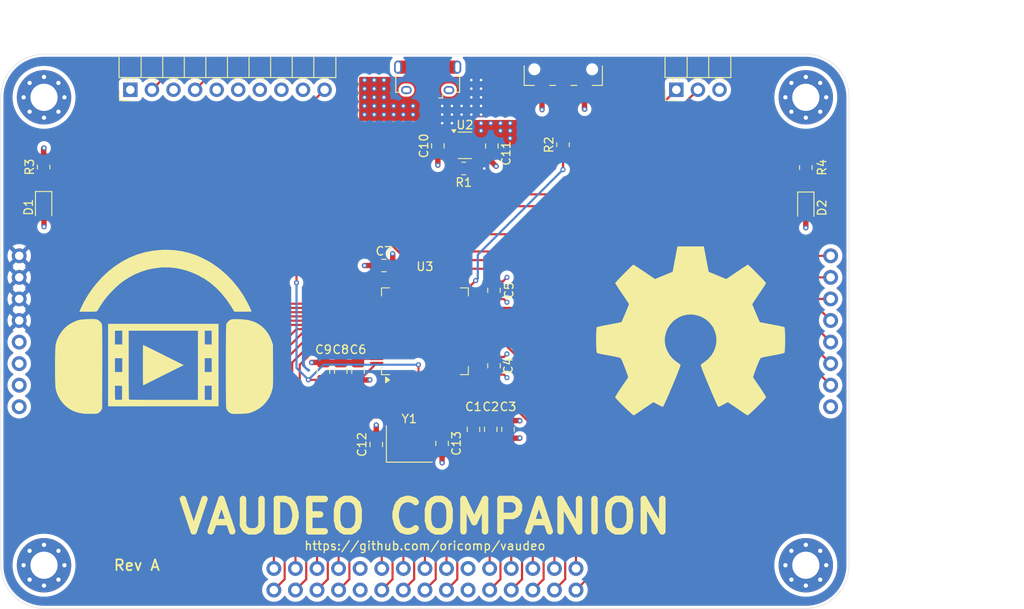
<source format=kicad_pcb>
(kicad_pcb (version 20240108) (generator "pcbnew") (generator_version "8.0")
  (layers (0 "F.Cu" signal) (1 "In1.Cu" power) (2 "In2.Cu" power) (31 "B.Cu" power) (34 "B.Paste" user) (35 "F.Paste" user) (36 "B.SilkS" user "B.Silkscreen") (37 "F.SilkS" user "F.Silkscreen") (38 "B.Mask" user) (39 "F.Mask" user) (44 "Edge.Cuts" user))
  (net 0 "")
  (net 1 "GND")
  (net 2 "+3.3V")
  (net 3 "VBUS")
  (net 4 "/RCC_OSC_IN")
  (net 5 "/RCC_OSC_OUT")
  (net 6 "/USB_D+")
  (net 7 "/USB_D-")
  (net 12 "/SYS_SWCLK")
  (net 14 "/SYS_SWDIO")
  (net 15 "Net-(U2-EN)")
  (net 16 "/BOOT0")
  (net 17 "Net-(SW1-B)")
  (net 19 "/LED")
  (net 20 "/NRST")
  (net 22 "/BOOT_RX")
  (net 23 "/BOOT_TX")
  (net 24 "Net-(D1-K)")
  (net 25 "Net-(D2-K)")
  (net 26 "/DATA14")
  (net 27 "/DATA10")
  (net 28 "/DATA9")
  (net 29 "/ADDR3")
  (net 30 "/ADDR0")
  (net 31 "/DATA12")
  (net 32 "/ADDR4")
  (net 33 "/DATA8")
  (net 34 "/~{FSEL}")
  (net 35 "/DATA6")
  (net 36 "/DATA13")
  (net 37 "/ADDR5")
  (net 38 "/ADDR2")
  (net 39 "/DATA2")
  (net 40 "/CLK")
  (net 41 "/DATA11")
  (net 42 "/DATA4")
  (net 43 "/DATA0")
  (net 44 "/SPI_MOSI")
  (net 45 "/DATA3")
  (net 46 "/~{CRESET}")
  (net 47 "/~{B}{slash}W")
  (net 48 "/DATA5")
  (net 49 "/ADDR1")
  (net 50 "/CDONE")
  (net 51 "/DATA1")
  (net 52 "/~{W}{slash}R")
  (net 53 "/~{EN}")
  (net 54 "/DATA7")
  (net 55 "/DATA15")
  (net 56 "/SPI_SCK")
  (net 57 "/SPI_MISO")
  (net 58 "/~{FRESET}")
  (footprint "vaudeo:vaudeo" (layer "F.Cu") (at 151.384 74.93)
    (property "Reference" "U1" (hide yes))
    (property "Value" "~")
  )
  (footprint "Capacitor_SMD:C_0805_2012Metric_Pad1.18x1.45mm_HandSolder" (layer "F.Cu") (at 159.258 53.1075 -90)
    (property "Reference" "C11")
    (property "Value" "47uF" (hide yes))
  )
  (footprint "Package_QFP:LQFP-64_10x10mm_P0.5mm" (layer "F.Cu") (at 151.384 74.93 90)
    (property "Reference" "U3")
    (property "Value" "STM32F070RBTx")
  )
  (footprint "vaudeo:vaudeo-logo" (layer "F.Cu") (at 120.65 74.93)
    (property "Reference" "G***" (hide yes))
    (property "Value" "LOGO" (hide yes))
  )
  (footprint "MountingHole:MountingHole_3.2mm_M3_Pad_Via" (layer "F.Cu") (at 196.215 102.489)
    (property "Reference" "H3" (hide yes))
    (property "Value" "MountingHole_Pad" (hide yes))
  )
  (footprint "Capacitor_SMD:C_0805_2012Metric_Pad1.18x1.45mm_HandSolder" (layer "F.Cu") (at 157.099 86.487 -90)
    (property "Reference" "C1")
    (property "Value" "4.7uF" (hide yes))
  )
  (footprint "MountingHole:MountingHole_3.2mm_M3_Pad_Via" (layer "F.Cu") (at 106.553 47.371)
    (property "Reference" "H1" (hide yes))
    (property "Value" "MountingHole_Pad" (hide yes))
  )
  (footprint "Capacitor_SMD:C_0805_2012Metric_Pad1.18x1.45mm_HandSolder" (layer "F.Cu") (at 139.446 79.629 90)
    (property "Reference" "C9")
    (property "Value" "1uF" (hide yes))
  )
  (footprint "Capacitor_SMD:C_0805_2012Metric_Pad1.18x1.45mm_HandSolder" (layer "F.Cu") (at 161.163 86.487 -90)
    (property "Reference" "C3")
    (property "Value" "100nF" (hide yes))
  )
  (footprint "Resistor_SMD:R_0805_2012Metric_Pad1.20x1.40mm_HandSolder" (layer "F.Cu") (at 196.215 55.642 90)
    (property "Reference" "R4")
    (property "Value" "330" (hide yes))
  )
  (footprint "Capacitor_SMD:C_0805_2012Metric_Pad1.18x1.45mm_HandSolder" (layer "F.Cu") (at 152.908 53.086 -90)
    (property "Reference" "C10")
    (property "Value" "47uF" (hide yes))
  )
  (footprint "Resistor_SMD:R_0805_2012Metric_Pad1.20x1.40mm_HandSolder" (layer "F.Cu") (at 167.64 52.959 90)
    (property "Reference" "R2")
    (property "Value" "10K" (hide yes))
  )
  (footprint "Capacitor_SMD:C_0805_2012Metric_Pad1.18x1.45mm_HandSolder" (layer "F.Cu") (at 145.65825 88.265 90)
    (property "Reference" "C12")
    (property "Value" "15pF" (hide yes))
  )
  (footprint "Crystal:Crystal_SMD_SeikoEpson_TSX3225-4Pin_3.2x2.5mm_HandSoldering" (layer "F.Cu") (at 149.54225 88.1935)
    (property "Reference" "Y1")
    (property "Value" "16MHz" (hide yes))
  )
  (footprint "MountingHole:MountingHole_3.2mm_M3_Pad_Via" (layer "F.Cu") (at 196.215 47.371)
    (property "Reference" "H2" (hide yes))
    (property "Value" "MountingHole_Pad" (hide yes))
  )
  (footprint "Capacitor_SMD:C_0805_2012Metric_Pad1.18x1.45mm_HandSolder" (layer "F.Cu") (at 143.51 79.629 90)
    (property "Reference" "C6")
    (property "Value" "4.7uF" (hide yes))
  )
  (footprint "Connector_USB:USB_Micro-B_Amphenol_10118194_Horizontal" (layer "F.Cu") (at 151.709 45.115 180)
    (property "Reference" "J1" (hide yes))
    (property "Value" "USB_B_Micro" (hide yes))
  )
  (footprint "Symbol:OSHW-Symbol_22.3x20mm_SilkScreen" (layer "F.Cu") (at 182.626 74.93)
    (property "Reference" "REF**" (hide yes))
    (property "Value" "OSHW-Symbol_22.3x20mm_SilkScreen" (hide yes))
  )
  (footprint "Capacitor_SMD:C_0805_2012Metric_Pad1.18x1.45mm_HandSolder" (layer "F.Cu") (at 146.558 67.183)
    (property "Reference" "C7")
    (property "Value" "4.7uF" (hide yes))
  )
  (footprint "Capacitor_SMD:C_0805_2012Metric_Pad1.18x1.45mm_HandSolder" (layer "F.Cu") (at 159.512 70.104 -90)
    (property "Reference" "C5")
    (property "Value" "4.7uF" (hide yes))
  )
  (footprint "Button_Switch_SMD:SW_SPDT_CK_JS102011SAQN" (layer "F.Cu") (at 167.667 44.069 180)
    (property "Reference" "SW1" (hide yes))
    (property "Value" "SW_SPDT" (hide yes))
  )
  (footprint "Resistor_SMD:R_0805_2012Metric_Pad1.20x1.40mm_HandSolder" (layer "F.Cu") (at 106.508 55.58 90)
    (property "Reference" "R3")
    (property "Value" "330" (hide yes))
  )
  (footprint "Connector_PinHeader_2.54mm:PinHeader_1x10_P2.54mm_Horizontal" (layer "F.Cu") (at 116.713 46.482 90)
    (property "Reference" "J2" (hide yes))
    (property "Value" "Conn_01x10" (hide yes))
  )
  (footprint "MountingHole:MountingHole_3.2mm_M3_Pad_Via" (layer "F.Cu") (at 106.553 102.489)
    (property "Reference" "H4" (hide yes))
    (property "Value" "MountingHole_Pad" (hide yes))
  )
  (footprint "LED_SMD:LED_0805_2012Metric_Pad1.15x1.40mm_HandSolder" (layer "F.Cu") (at 196.215 60.387 -90)
    (property "Reference" "D2")
    (property "Value" "LED" (hide yes))
  )
  (footprint "Resistor_SMD:R_0805_2012Metric_Pad1.20x1.40mm_HandSolder" (layer "F.Cu") (at 155.956 55.753 180)
    (property "Reference" "R1")
    (property "Value" "10K" (hide yes))
  )
  (footprint "Capacitor_SMD:C_0805_2012Metric_Pad1.18x1.45mm_HandSolder" (layer "F.Cu") (at 141.478 79.629 90)
    (property "Reference" "C8")
    (property "Value" "4.7uF" (hide yes))
  )
  (footprint "Package_TO_SOT_SMD:SOT-23-5" (layer "F.Cu") (at 156.0885 53.025)
    (property "Reference" "U2")
    (property "Value" "AP2112K-3.3" (hide yes))
  )
  (footprint "Capacitor_SMD:C_0805_2012Metric_Pad1.18x1.45mm_HandSolder" (layer "F.Cu") (at 159.131 86.487 -90)
    (property "Reference" "C2")
    (property "Value" "1uF" (hide yes))
  )
  (footprint "Connector_PinHeader_2.54mm:PinHeader_1x03_P2.54mm_Horizontal" (layer "F.Cu") (at 180.975 46.482 90)
    (property "Reference" "J3" (hide yes))
    (property "Value" "Conn_01x03" (hide yes))
  )
  (footprint "LED_SMD:LED_0805_2012Metric_Pad1.15x1.40mm_HandSolder" (layer "F.Cu") (at 106.508 60.325 -90)
    (property "Reference" "D1")
    (property "Value" "LED" (hide yes))
  )
  (footprint "Capacitor_SMD:C_0805_2012Metric_Pad1.18x1.45mm_HandSolder" (layer "F.Cu") (at 153.40525 88.138 -90)
    (property "Reference" "C13")
    (property "Value" "15pF" (hide yes))
  )
  (footprint "Capacitor_SMD:C_0805_2012Metric_Pad1.18x1.45mm_HandSolder" (layer "F.Cu") (at 159.512 78.994 -90)
    (property "Reference" "C4")
    (property "Value" "4.7uF" (hide yes))
  )
  (gr_line (start 196.215 107.569) (end 106.553 107.569) (stroke (width 0.05)) (layer "Edge.Cuts"))
  (gr_arc (start 196.215 42.291) (mid 199.807102 43.778898) (end 201.295 47.371) (stroke (width 0.05)) (layer "Edge.Cuts"))
  (gr_line (start 201.295 102.489) (end 201.295 47.371) (stroke (width 0.05)) (layer "Edge.Cuts"))
  (gr_arc (start 106.553 107.569) (mid 102.960898 106.081102) (end 101.473 102.489) (stroke (width 0.05)) (layer "Edge.Cuts"))
  (gr_arc (start 201.295 102.489) (mid 199.807102 106.081102) (end 196.215 107.569) (stroke (width 0.05)) (layer "Edge.Cuts"))
  (gr_line (start 196.215 42.291) (end 106.553 42.291) (stroke (width 0.05)) (layer "Edge.Cuts"))
  (gr_line (start 101.473 47.371) (end 101.473 102.489) (stroke (width 0.05)) (layer "Edge.Cuts"))
  (gr_arc (start 101.473 47.371) (mid 102.960898 43.778898) (end 106.553 42.291) (stroke (width 0.05)) (layer "Edge.Cuts"))
  (gr_text "VAUDEO COMPANION" (at 151.384 96.774 0) (layer "F.SilkS") (effects (font (size 3.81 3.81) (thickness 0.762) (bold yes))))
  (gr_text "https://github.com/oricomp/vaudeo" (at 151.384 100.203 0) (layer "F.SilkS") (effects (font (size 1.016 1.016) (thickness 0.1524))))
  (gr_text "Rev A" (at 117.475 102.489 0) (layer "F.SilkS") (effects (font (size 1.27 1.27) (thickness 0.2032))))
  (segment (start 170.167 48.755) (end 170.18 48.768) (width 0.635) (layer "F.Cu") (net 1))
  (segment (start 157.904592 78.18) (end 159.512 79.787408) (width 0.254) (layer "F.Cu") (net 1))
  (segment (start 159.512 71.1415) (end 160.6765 71.1415) (width 0.254) (layer "F.Cu") (net 1))
  (segment (start 145.77975 87.106) (end 145.65825 87.2275) (width 0.635) (layer "F.Cu") (net 1))
  (segment (start 145.65825 87.2275) (end 145.65825 85.979) (width 0.635) (layer "F.Cu") (net 1))
  (segment (start 148.134 67.7215) (end 147.5955 67.183) (width 0.254) (layer "F.Cu") (net 1))
  (segment (start 160.6765 71.1415) (end 161.036 71.501) (width 0.254) (layer "F.Cu") (net 1))
  (segment (start 106.508 53.385) (end 106.553 53.34) (width 0.635) (layer "F.Cu") (net 1))
  (segment (start 147.5955 65.8075) (end 147.574 65.786) (width 0.254) (layer "F.Cu") (net 1))
  (segment (start 143.9215 78.18) (end 143.51 78.5915) (width 0.254) (layer "F.Cu") (net 1))
  (segment (start 138.0705 78.5915) (end 138.049 78.613) (width 0.635) (layer "F.Cu") (net 1))
  (segment (start 153.134 80.605) (end 153.134 82.268) (width 0.254) (layer "F.Cu") (net 1))
  (segment (start 143.51 78.5915) (end 141.478 78.5915) (width 0.635) (layer "F.Cu") (net 1))
  (segment (start 154.951 53.025) (end 154.0065 53.025) (width 0.635) (layer "F.Cu") (net 1))
  (segment (start 159.512 80.0315) (end 160.6765 80.0315) (width 0.254) (layer "F.Cu") (net 1))
  (segment (start 141.478 78.5915) (end 139.446 78.5915) (width 0.635) (layer "F.Cu") (net 1))
  (segment (start 106.508 54.58) (end 106.508 53.385) (width 0.635) (layer "F.Cu") (net 1))
  (segment (start 159.512 79.787408) (end 159.512 80.0315) (width 0.254) (layer "F.Cu") (net 1))
  (segment (start 139.446 78.5915) (end 138.0705 78.5915) (width 0.635) (layer "F.Cu") (net 1))
  (segment (start 157.059 71.68) (end 158.9735 71.68) (width 0.254) (layer "F.Cu") (net 1))
  (segment (start 157.059 78.18) (end 157.904592 78.18) (width 0.254) (layer "F.Cu") (net 1))
  (segment (start 150.99225 89.281) (end 153.29975 89.281) (width 0.635) (layer "F.Cu") (net 1))
  (segment (start 155.829 86.2545) (end 157.099 87.5245) (width 0.254) (layer "F.Cu") (net 1))
  (segment (start 145.709 78.18) (end 143.9215 78.18) (width 0.254) (layer "F.Cu") (net 1))
  (segment (start 148.134 69.255) (end 148.134 67.7215) (width 0.254) (layer "F.Cu") (net 1))
  (segment (start 147.5955 67.183) (end 147.5955 65.8075) (width 0.635) (layer "F.Cu") (net 1))
  (segment (start 170.167 46.819) (end 170.167 48.755) (width 0.635) (layer "F.Cu") (net 1))
  (segment (start 154.0065 53.025) (end 152.908 54.1235) (width 0.635) (layer "F.Cu") (net 1))
  (segment (start 159.258 54.145) (end 159.258 54.991) (width 0.635) (layer "F.Cu") (net 1))
  (segment (start 153.40525 89.1755) (end 153.40525 90.424) (width 0.635) (layer "F.Cu") (net 1))
  (segment (start 153.134 82.268) (end 155.829 84.963) (width 0.254) (layer "F.Cu") (net 1))
  (segment (start 152.908 54.1235) (end 152.908 55.372) (width 0.635) (layer "F.Cu") (net 1))
  (segment (start 153.29975 89.281) (end 153.40525 89.1755) (width 0.635) (layer "F.Cu") (net 1))
  (segment (start 158.9735 71.68) (end 159.512 71.1415) (width 0.254) (layer "F.Cu") (net 1))
  (segment (start 162.5385 87.5245) (end 162.56 87.503) (width 0.635) (layer "F.Cu") (net 1))
  (segment (start 148.09225 87.106) (end 145.77975 87.106) (width 0.635) (layer "F.Cu") (net 1))
  (segment (start 159.258 54.991) (end 159.766 55.499) (width 0.635) (layer "F.Cu") (net 1))
  (segment (start 155.829 84.963) (end 155.829 86.2545) (width 0.254) (layer "F.Cu") (net 1))
  (segment (start 160.6765 80.0315) (end 161.036 80.391) (width 0.254) (layer "F.Cu") (net 1))
  (segment (start 157.099 87.5245) (end 162.5385 87.5245) (width 0.635) (layer "F.Cu") (net 1))
  (via (at 162.56 87.503) (size 0.6) (drill 0.3) (layers "F.Cu" "B.Cu") (net 1))
  (via (at 159.766 55.499) (size 0.6) (drill 0.3) (layers "F.Cu" "B.Cu") (net 1))
  (via (at 161.036 71.501) (size 0.6) (drill 0.3) (layers "F.Cu" "B.Cu") (net 1))
  (via (at 149.987 49.403) (size 0.6) (drill 0.3) (layers "F.Cu" "B.Cu") (net 1))
  (via (at 170.18 48.768) (size 0.6) (drill 0.3) (layers "F.Cu" "B.Cu") (net 1))
  (via (at 144.272 45.339) (size 0.6) (drill 0.3) (layers "F.Cu" "B.Cu") (net 1))
  (via (at 148.844 48.387) (size 0.6) (drill 0.3) (layers "F.Cu" "B.Cu") (net 1))
  (via (at 144.272 48.387) (size 0.6) (drill 0.3) (layers "F.Cu" "B.Cu") (net 1))
  (via (at 145.415 45.339) (size 0.6) (drill 0.3) (layers "F.Cu" "B.Cu") (net 1))
  (via (at 145.415 49.403) (size 0.6) (drill 0.3) (layers "F.Cu" "B.Cu") (net 1))
  (via (at 146.558 47.371) (size 0.6) (drill 0.3) (layers "F.Cu" "B.Cu") (net 1))
  (via (at 145.415 47.371) (size 0.6) (drill 0.3) (layers "F.Cu" "B.Cu") (net 1))
  (via (at 146.558 48.387) (size 0.6) (drill 0.3) (layers "F.Cu" "B.Cu") (net 1))
  (via (at 138.049 78.613) (size 0.6) (drill 0.3) (layers "F.Cu" "B.Cu") (net 1))
  (via (at 147.701 48.387) (size 0.6) (drill 0.3) (layers "F.Cu" "B.Cu") (net 1))
  (via (at 146.558 49.403) (size 0.6) (drill 0.3) (layers "F.Cu" "B.Cu") (net 1))
  (via (at 144.272 47.371) (size 0.6) (drill 0.3) (layers "F.Cu" "B.Cu") (net 1))
  (via (at 147.574 65.786) (size 0.6) (drill 0.3) (layers "F.Cu" "B.Cu") (net 1))
  (via (at 147.701 49.403) (size 0.6) (drill 0.3) (layers "F.Cu" "B.Cu") (net 1))
  (via (at 145.415 48.387) (size 0.6) (drill 0.3) (layers "F.Cu" "B.Cu") (net 1))
  (via (at 161.036 80.391) (size 0.6) (drill 0.3) (layers "F.Cu" "B.Cu") (net 1))
  (via (at 146.558 46.355) (size 0.6) (drill 0.3) (layers "F.Cu" "B.Cu") (net 1))
  (via (at 148.844 49.403) (size 0.6) (drill 0.3) (layers "F.Cu" "B.Cu") (net 1))
  (via (at 106.553 53.34) (size 0.6) (drill 0.3) (layers "F.Cu" "B.Cu") (net 1))
  (via (at 144.272 49.403) (size 0.6) (drill 0.3) (layers "F.Cu" "B.Cu") (net 1))
  (via (at 146.558 45.339) (size 0.6) (drill 0.3) (layers "F.Cu" "B.Cu") (net 1))
  (via (at 144.272 46.355) (size 0.6) (drill 0.3) (layers "F.Cu" "B.Cu") (net 1))
  (via (at 145.415 46.355) (size 0.6) (drill 0.3) (layers "F.Cu" "B.Cu") (net 1))
  (via (at 152.908 55.372) (size 0.6) (drill 0.3) (layers "F.Cu" "B.Cu") (net 1))
  (via (at 145.65825 85.979) (size 0.6) (drill 0.3) (layers "F.Cu" "B.Cu") (net 1))
  (via (at 153.40525 90.424) (size 0.6) (drill 0.3) (layers "F.Cu" "B.Cu") (net 1))
  (via (at 149.987 48.387) (size 0.6) (drill 0.3) (layers "F.Cu" "B.Cu") (net 1))
  (segment (start 106.553 61.35) (end 106.553 62.611) (width 0.635) (layer "F.Cu") (net 2))
  (segment (start 157.099 85.4495) (end 162.5385 85.4495) (width 0.635) (layer "F.Cu") (net 2))
  (segment (start 141.478 80.899) (end 141.478 80.6665) (width 0.254) (layer "F.Cu") (net 2))
  (segment (start 157.059 71.18) (end 159.1725 69.0665) (width 0.254) (layer "F.Cu") (net 2))
  (segment (start 144.8855 80.6665) (end 144.907 80.645) (width 0.254) (layer "F.Cu") (net 2))
  (segment (start 159.512 77.9565) (end 160.6765 77.9565) (width 0.254) (layer "F.Cu") (net 2))
  (segment (start 147.634 69.255) (end 145.562 67.183) (width 0.254) (layer "F.Cu") (net 2))
  (segment (start 142.494 81.915) (end 141.478 80.899) (width 0.254) (layer "F.Cu") (net 2))
  (segment (start 145.5205 67.183) (end 144.272 67.183) (width 0.635) (layer "F.Cu") (net 2))
  (segment (start 160.5495 69.0665) (end 161.036 68.58) (width 0.254) (layer "F.Cu") (net 2))
  (segment (start 145.562 67.183) (end 145.5205 67.183) (width 0.254) (layer "F.Cu") (net 2))
  (segment (start 160.6765 77.9565) (end 161.036 77.597) (width 0.254) (layer "F.Cu") (net 2))
  (segment (start 162.5385 85.4495) (end 162.56 85.471) (width 0.635) (layer "F.Cu") (net 2))
  (segment (start 156.957552 85.4495) (end 157.099 85.4495) (width 0.254) (layer "F.Cu") (net 2))
  (segment (start 153.634 80.605) (end 153.634 82.125948) (width 0.254) (layer "F.Cu") (net 2))
  (segment (start 143.51 80.6665) (end 144.8855 80.6665) (width 0.635) (layer "F.Cu") (net 2))
  (segment (start 159.2355 77.68) (end 159.512 77.9565) (width 0.254) (layer "F.Cu") (net 2))
  (segment (start 165.167 48.828) (end 165.167 46.819) (width 0.635) (layer "F.Cu") (net 2))
  (segment (start 196.215 61.412) (end 196.215 62.738) (width 0.635) (layer "F.Cu") (net 2))
  (segment (start 153.634 82.125948) (end 156.957552 85.4495) (width 0.254) (layer "F.Cu") (net 2))
  (segment (start 143.7225 80.6665) (end 143.51 80.6665) (width 0.254) (layer "F.Cu") (net 2))
  (segment (start 159.1725 69.0665) (end 159.512 69.0665) (width 0.254) (layer "F.Cu") (net 2))
  (segment (start 146.324 81.915) (end 142.494 81.915) (width 0.254) (layer "F.Cu") (net 2))
  (segment (start 157.059 77.68) (end 159.2355 77.68) (width 0.254) (layer "F.Cu") (net 2))
  (segment (start 147.634 80.605) (end 146.324 81.915) (width 0.254) (layer "F.Cu") (net 2))
  (segment (start 141.478 80.6665) (end 143.51 80.6665) (width 0.635) (layer "F.Cu") (net 2))
  (segment (start 145.709 78.68) (end 143.7225 80.6665) (width 0.254) (layer "F.Cu") (net 2))
  (segment (start 159.512 69.0665) (end 160.5495 69.0665) (width 0.254) (layer "F.Cu") (net 2))
  (via (at 106.553 62.611) (size 0.6) (drill 0.3) (layers "F.Cu" "B.Cu") (net 2))
  (via (at 196.215 62.738) (size 0.6) (drill 0.3) (layers "F.Cu" "B.Cu") (net 2))
  (via (at 161.417 52.197) (size 0.6) (drill 0.3) (layers "F.Cu" "B.Cu") (net 2))
  (via (at 161.036 77.597) (size 0.6) (drill 0.3) (layers "F.Cu" "B.Cu") (net 2))
  (via (at 161.417 50.419) (size 0.6) (drill 0.3) (layers "F.Cu" "B.Cu") (net 2))
  (via (at 165.167 48.828) (size 0.6) (drill 0.3) (layers "F.Cu" "B.Cu") (net 2))
  (via (at 159.131 50.419) (size 0.6) (drill 0.3) (layers "F.Cu" "B.Cu") (net 2))
  (via (at 161.417 51.308) (size 0.6) (drill 0.3) (layers "F.Cu" "B.Cu") (net 2))
  (via (at 160.274 51.308) (size 0.6) (drill 0.3) (layers "F.Cu" "B.Cu") (net 2))
  (via (at 162.56 85.471) (size 0.6) (drill 0.3) (layers "F.Cu" "B.Cu") (net 2))
  (via (at 144.907 80.645) (size 0.6) (drill 0.3) (layers "F.Cu" "B.Cu") (net 2))
  (via (at 161.036 68.58) (size 0.6) (drill 0.3) (layers "F.Cu" "B.Cu") (net 2))
  (via (at 144.272 67.183) (size 0.6) (drill 0.3) (layers "F.Cu" "B.Cu") (net 2))
  (via (at 157.988 51.308) (size 0.6) (drill 0.3) (layers "F.Cu" "B.Cu") (net 2))
  (via (at 160.274 50.419) (size 0.6) (drill 0.3) (layers "F.Cu" "B.Cu") (net 2))
  (via (at 157.988 50.419) (size 0.6) (drill 0.3) (layers "F.Cu" "B.Cu") (net 2))
  (segment (start 156.956 55.753) (end 158.369 55.753) (width 0.635) (layer "F.Cu") (net 3))
  (via (at 156.845 45.339) (size 0.6) (drill 0.3) (layers "F.Cu" "B.Cu") (net 3))
  (via (at 153.416 49.403) (size 0.6) (drill 0.3) (layers "F.Cu" "B.Cu") (net 3))
  (via (at 156.845 46.355) (size 0.6) (drill 0.3) (layers "F.Cu" "B.Cu") (net 3))
  (via (at 157.988 46.355) (size 0.6) (drill 0.3) (layers "F.Cu" "B.Cu") (net 3))
  (via (at 155.702 48.387) (size 0.6) (drill 0.3) (layers "F.Cu" "B.Cu") (net 3))
  (via (at 156.845 48.387) (size 0.6) (drill 0.3) (layers "F.Cu" "B.Cu") (net 3))
  (via (at 154.559 49.403) (size 0.6) (drill 0.3) (layers "F.Cu" "B.Cu") (net 3))
  (via (at 158.369 55.753) (size 0.6) (drill 0.3) (layers "F.Cu" "B.Cu") (net 3))
  (via (at 153.416 48.387) (size 0.6) (drill 0.3) (layers "F.Cu" "B.Cu") (net 3))
  (via (at 157.988 49.403) (size 0.6) (drill 0.3) (layers "F.Cu" "B.Cu") (net 3))
  (via (at 156.845 47.371) (size 0.6) (drill 0.3) (layers "F.Cu" "B.Cu") (net 3))
  (via (at 154.559 48.387) (size 0.6) (drill 0.3) (layers "F.Cu" "B.Cu") (net 3))
  (via (at 154.559 50.419) (size 0.6) (drill 0.3) (layers "F.Cu" "B.Cu") (net 3))
  (via (at 157.988 48.387) (size 0.6) (drill 0.3) (layers "F.Cu" "B.Cu") (net 3))
  (via (at 157.988 47.371) (size 0.6) (drill 0.3) (layers "F.Cu" "B.Cu") (net 3))
  (via (at 153.416 50.419) (size 0.6) (drill 0.3) (layers "F.Cu" "B.Cu") (net 3))
  (via (at 156.845 49.403) (size 0.6) (drill 0.3) (layers "F.Cu" "B.Cu") (net 3))
  (via (at 155.702 49.403) (size 0.6) (drill 0.3) (layers "F.Cu" "B.Cu") (net 3))
  (via (at 157.988 45.339) (size 0.6) (drill 0.3) (layers "F.Cu" "B.Cu") (net 3))
  (segment (start 149.46925 85.48075) (end 149.46925 88.2955) (width 0.254) (layer "F.Cu") (net 4))
  (segment (start 148.48375 89.281) (end 148.09225 89.281) (width 0.254) (layer "F.Cu") (net 4))
  (segment (start 149.634 85.316) (end 149.46925 85.48075) (width 0.254) (layer "F.Cu") (net 4))
  (segment (start 145.65825 89.3025) (end 145.55275 89.3025) (width 0.254) (layer "F.Cu") (net 4))
  (segment (start 149.634 80.605) (end 149.634 85.316) (width 0.254) (layer "F.Cu") (net 4))
  (segment (start 149.46925 88.2955) (end 148.48375 89.281) (width 0.254) (layer "F.Cu") (net 4))
  (segment (start 145.67975 89.281) (end 145.65825 89.3025) (width 0.254) (layer "F.Cu") (net 4))
  (segment (start 148.09225 89.281) (end 145.67975 89.281) (width 0.254) (layer "F.Cu") (net 4))
  (segment (start 153.40525 87.1005) (end 150.99775 87.1005) (width 0.3048) (layer "F.Cu") (net 5))
  (segment (start 150.10325 85.344) (end 150.10325 86.217) (width 0.254) (layer "F.Cu") (net 5))
  (segment (start 150.134 80.605) (end 150.134 85.31325) (width 0.254) (layer "F.Cu") (net 5))
  (segment (start 150.134 85.31325) (end 150.10325 85.344) (width 0.254) (layer "F.Cu") (net 5))
  (segment (start 150.10325 86.217) (end 150.99225 87.106) (width 0.254) (layer "F.Cu") (net 5))
  (segment (start 150.99775 87.1005) (end 150.99225 87.106) (width 0.3048) (layer "F.Cu") (net 5))
  (segment (start 151.809 47.627501) (end 151.709 47.527501) (width 0.2) (layer "F.Cu") (net 6))
  (segment (start 151.709 47.527501) (end 151.709 46.515) (width 0.2) (layer "F.Cu") (net 6))
  (segment (start 149.134 69.255) (end 149.134 68.092499) (width 0.2) (layer "F.Cu") (net 6))
  (segment (start 149.134 68.092499) (end 149.159 68.067499) (width 0.2) (layer "F.Cu") (net 6))
  (segment (start 149.159 52.8338) (end 151.809 50.1838) (width 0.2) (layer "F.Cu") (net 6))
  (segment (start 149.159 68.067499) (end 149.159 52.8338) (width 0.2) (layer "F.Cu") (net 6))
  (segment (start 151.809 50.1838) (end 151.809 47.627501) (width 0.2) (layer "F.Cu") (net 6))
  (segment (start 152.259 47.627501) (end 152.359 47.527501) (width 0.2) (layer "F.Cu") (net 7))
  (segment (start 149.609 53.0202) (end 152.259 50.3702) (width 0.2) (layer "F.Cu") (net 7))
  (segment (start 152.359 47.527501) (end 152.359 46.515) (width 0.2) (layer "F.Cu") (net 7))
  (segment (start 149.609 68.067499) (end 149.609 53.0202) (width 0.2) (layer "F.Cu") (net 7))
  (segment (start 149.634 68.092499) (end 149.609 68.067499) (width 0.2) (layer "F.Cu") (net 7))
  (segment (start 152.259 50.3702) (end 152.259 47.627501) (width 0.2) (layer "F.Cu") (net 7))
  (segment (start 149.634 69.255) (end 149.634 68.092499) (width 0.2) (layer "F.Cu") (net 7))
  (segment (start 140.462 44.704) (end 126.111 44.704) (width 0.254) (layer "F.Cu") (net 12))
  (segment (start 141.859 68.58) (end 141.859 46.101) (width 0.254) (layer "F.Cu") (net 12))
  (segment (start 141.859 46.101) (end 140.462 44.704) (width 0.254) (layer "F.Cu") (net 12))
  (segment (start 144.459 71.18) (end 141.859 68.58) (width 0.254) (layer "F.Cu") (net 12))
  (segment (start 145.709 71.18) (end 144.459 71.18) (width 0.254) (layer "F.Cu") (net 12))
  (segment (start 126.111 44.704) (end 124.333 46.482) (width 0.254) (layer "F.Cu") (net 12))
  (segment (start 122.428 43.307) (end 119.253 46.482) (width 0.254) (layer "F.Cu") (net 14))
  (segment (start 143.129 60.429539) (end 143.129 45.339) (width 0.254) (layer "F.Cu") (net 14))
  (segment (start 148.634 65.934539) (end 143.129 60.429539) (width 0.254) (layer "F.Cu") (net 14))
  (segment (start 143.129 45.339) (end 141.097 43.307) (width 0.254) (layer "F.Cu") (net 14))
  (segment (start 141.097 43.307) (end 122.428 43.307) (width 0.254) (layer "F.Cu") (net 14))
  (segment (start 148.634 69.255) (end 148.634 65.934539) (width 0.254) (layer "F.Cu") (net 14))
  (segment (start 154.956 55.753) (end 154.956 53.98) (width 0.635) (layer "F.Cu") (net 15))
  (segment (start 154.956 53.98) (end 154.951 53.975) (width 0.635) (layer "F.Cu") (net 15))
  (segment (start 145.709 76.68) (end 149.634 76.68) (width 0.254) (layer "F.Cu") (net 16))
  (segment (start 149.634 76.68) (end 156.591 69.723) (width 0.254) (layer "F.Cu") (net 16))
  (segment (start 156.591 69.723) (end 156.718 69.596) (width 0.254) (layer "F.Cu") (net 16))
  (segment (start 167.64 55.88) (end 167.64 53.959) (width 0.254) (layer "F.Cu") (net 16))
  (segment (start 156.718 69.596) (end 157.353 68.961) (width 0.254) (layer "F.Cu") (net 16))
  (via (at 157.353 68.961) (size 0.6) (drill 0.3) (layers "F.Cu" "B.Cu") (net 16))
  (via (at 167.64 55.88) (size 0.6) (drill 0.3) (layers "F.Cu" "B.Cu") (net 16))
  (segment (start 157.607 68.707) (end 157.607 65.913) (width 0.254) (layer "B.Cu") (net 16))
  (segment (start 157.353 68.961) (end 157.607 68.707) (width 0.254) (layer "B.Cu") (net 16))
  (segment (start 157.607 65.913) (end 167.64 55.88) (width 0.254) (layer "B.Cu") (net 16))
  (segment (start 167.667 46.819) (end 167.667 51.932) (width 0.254) (layer "F.Cu") (net 17))
  (segment (start 167.667 51.932) (end 167.64 51.959) (width 0.254) (layer "F.Cu") (net 17))
  (segment (start 169.164 63.5) (end 178.022 54.642) (width 0.254) (layer "F.Cu") (net 19))
  (segment (start 152.134 67.576) (end 156.21 63.5) (width 0.254) (layer "F.Cu") (net 19))
  (segment (start 152.134 69.255) (end 152.134 67.576) (width 0.254) (layer "F.Cu") (net 19))
  (segment (start 178.022 54.642) (end 196.215 54.642) (width 0.254) (layer "F.Cu") (net 19))
  (segment (start 156.21 63.5) (end 169.164 63.5) (width 0.254) (layer "F.Cu") (net 19))
  (segment (start 139.573 46.482) (end 136.271 49.784) (width 0.254) (layer "F.Cu") (net 20))
  (segment (start 139.4245 80.645) (end 139.446 80.6665) (width 0.254) (layer "F.Cu") (net 20))
  (segment (start 136.271 49.784) (end 136.271 69.215) (width 0.254) (layer "F.Cu") (net 20))
  (segment (start 137.668 80.645) (end 139.4245 80.645) (width 0.254) (layer "F.Cu") (net 20))
  (segment (start 150.634 78.879) (end 150.622 78.867) (width 0.254) (layer "F.Cu") (net 20))
  (segment (start 150.634 80.605) (end 150.634 78.879) (width 0.254) (layer "F.Cu") (net 20))
  (via (at 136.271 69.215) (size 0.6) (drill 0.3) (layers "F.Cu" "B.Cu") (net 20))
  (via (at 137.668 80.645) (size 0.6) (drill 0.3) (layers "F.Cu" "B.Cu") (net 20))
  (via (at 150.622 78.867) (size 0.6) (drill 0.3) (layers "F.Cu" "B.Cu") (net 20))
  (segment (start 136.271 79.248) (end 137.668 80.645) (width 0.254) (layer "B.Cu") (net 20))
  (segment (start 139.446 78.867) (end 137.668 80.645) (width 0.254) (layer "B.Cu") (net 20))
  (segment (start 150.622 78.867) (end 139.446 78.867) (width 0.254) (layer "B.Cu") (net 20))
  (segment (start 136.271 69.215) (end 136.271 79.248) (width 0.254) (layer "B.Cu") (net 20))
  (segment (start 158.928704 58.801) (end 168.656 58.801) (width 0.254) (layer "F.Cu") (net 22))
  (segment (start 168.656 58.801) (end 180.975 46.482) (width 0.254) (layer "F.Cu") (net 22))
  (segment (start 150.134 67.595704) (end 158.928704 58.801) (width 0.254) (layer "F.Cu") (net 22))
  (segment (start 150.134 69.255) (end 150.134 67.595704) (width 0.254) (layer "F.Cu") (net 22))
  (segment (start 169.799 60.198) (end 183.515 46.482) (width 0.254) (layer "F.Cu") (net 23))
  (segment (start 158.4325 60.198) (end 169.799 60.198) (width 0.254) (layer "F.Cu") (net 23))
  (segment (start 150.634 67.9965) (end 158.4325 60.198) (width 0.254) (layer "F.Cu") (net 23))
  (segment (start 150.634 69.255) (end 150.634 67.9965) (width 0.254) (layer "F.Cu") (net 23))
  (segment (start 106.553 59.3) (end 106.553 56.625) (width 0.254) (layer "F.Cu") (net 24))
  (segment (start 106.553 56.625) (end 106.508 56.58) (width 0.254) (layer "F.Cu") (net 24))
  (segment (start 196.215 59.362) (end 196.215 56.642) (width 0.635) (layer "F.Cu") (net 25))
  (segment (start 169.037 82.296) (end 169.037 91.186) (width 0.254) (layer "F.Cu") (net 26))
  (segment (start 162.421 75.68) (end 169.037 82.296) (width 0.254) (layer "F.Cu") (net 26))
  (segment (start 166.624 93.599) (end 166.624 102.87) (width 0.254) (layer "F.Cu") (net 26))
  (segment (start 169.037 91.186) (end 166.624 93.599) (width 0.254) (layer "F.Cu") (net 26))
  (segment (start 157.059 75.68) (end 162.421 75.68) (width 0.254) (layer "F.Cu") (net 26))
  (segment (start 168.021 82.55) (end 168.021 90.932) (width 0.254) (layer "F.Cu") (net 27))
  (segment (start 165.354 93.599) (end 165.354 104.14) (width 0.254) (layer "F.Cu") (net 27))
  (segment (start 165.354 104.14) (end 164.084 105.41) (width 0.254) (layer "F.Cu") (net 27))
  (segment (start 161.651 76.18) (end 168.021 82.55) (width 0.254) (layer "F.Cu") (net 27))
  (segment (start 168.021 90.932) (end 165.354 93.599) (width 0.254) (layer "F.Cu") (net 27))
  (segment (start 157.059 76.18) (end 161.651 76.18) (width 0.254) (layer "F.Cu") (net 27))
  (segment (start 158.623 81.788) (end 163.576 81.788) (width 0.254) (layer "F.Cu") (net 28))
  (segment (start 157.059 80.224) (end 158.623 81.788) (width 0.254) (layer "F.Cu") (net 28))
  (segment (start 162.814 93.599) (end 162.814 104.14) (width 0.254) (layer "F.Cu") (net 28))
  (segment (start 166.116 84.328) (end 166.116 90.297) (width 0.254) (layer "F.Cu") (net 28))
  (segment (start 163.576 81.788) (end 166.116 84.328) (width 0.254) (layer "F.Cu") (net 28))
  (segment (start 162.814 104.14) (end 161.544 105.41) (width 0.254) (layer "F.Cu") (net 28))
  (segment (start 157.059 78.68) (end 157.059 80.224) (width 0.254) (layer "F.Cu") (net 28))
  (segment (start 166.116 90.297) (end 162.814 93.599) (width 0.254) (layer "F.Cu") (net 28))
  (segment (start 153.924 91.694) (end 153.924 102.87) (width 0.254) (layer "F.Cu") (net 29))
  (segment (start 152.134 80.605) (end 152.134 83.427) (width 0.254) (layer "F.Cu") (net 29))
  (segment (start 154.74 90.878) (end 153.924 91.694) (width 0.254) (layer "F.Cu") (net 29))
  (segment (start 152.134 83.427) (end 154.74 86.033) (width 0.254) (layer "F.Cu") (net 29))
  (segment (start 154.74 86.033) (end 154.74 90.878) (width 0.254) (layer "F.Cu") (net 29))
  (segment (start 145.709 75.68) (end 137.553 75.68) (width 0.254) (layer "F.Cu") (net 30))
  (segment (start 137.553 75.68) (end 134.874 78.359) (width 0.254) (layer "F.Cu") (net 30))
  (segment (start 146.304 99.441) (end 146.304 102.87) (width 0.254) (layer "F.Cu") (net 30))
  (segment (start 134.874 88.011) (end 146.304 99.441) (width 0.254) (layer "F.Cu") (net 30))
  (segment (start 134.874 78.359) (end 134.874 88.011) (width 0.254) (layer "F.Cu") (net 30))
  (segment (start 157.059 74.18) (end 165.112 74.18) (width 0.254) (layer "F.Cu") (net 31))
  (segment (start 172.085 81.153) (end 172.085 102.489) (width 0.254) (layer "F.Cu") (net 31))
  (segment (start 172.085 102.489) (end 169.164 105.41) (width 0.254) (layer "F.Cu") (net 31))
  (segment (start 165.112 74.18) (end 172.085 81.153) (width 0.254) (layer "F.Cu") (net 31))
  (segment (start 154.134 80.605) (end 154.134 81.871) (width 0.254) (layer "F.Cu") (net 32))
  (segment (start 156.464 84.201) (end 162.20146 84.201) (width 0.254) (layer "F.Cu") (net 32))
  (segment (start 162.20146 84.201) (end 163.449 85.44854) (width 0.254) (layer "F.Cu") (net 32))
  (segment (start 154.134 81.871) (end 156.464 84.201) (width 0.254) (layer "F.Cu") (net 32))
  (segment (start 159.004 93.345) (end 159.004 102.87) (width 0.254) (layer "F.Cu") (net 32))
  (segment (start 163.449 88.9) (end 159.004 93.345) (width 0.254) (layer "F.Cu") (net 32))
  (segment (start 163.449 85.44854) (end 163.449 88.9) (width 0.254) (layer "F.Cu") (net 32))
  (segment (start 162.687 83.439) (end 164.338 85.09) (width 0.254) (layer "F.Cu") (net 33))
  (segment (start 154.634 80.605) (end 154.634 81.609) (width 0.254) (layer "F.Cu") (net 33))
  (segment (start 160.274 104.14) (end 159.004 105.41) (width 0.254) (layer "F.Cu") (net 33))
  (segment (start 164.338 85.09) (end 164.338 89.408) (width 0.254) (layer "F.Cu") (net 33))
  (segment (start 160.274 93.472) (end 160.274 104.14) (width 0.254) (layer "F.Cu") (net 33))
  (segment (start 164.338 89.408) (end 160.274 93.472) (width 0.254) (layer "F.Cu") (net 33))
  (segment (start 156.464 83.439) (end 162.687 83.439) (width 0.254) (layer "F.Cu") (net 33))
  (segment (start 154.634 81.609) (end 156.464 83.439) (width 0.254) (layer "F.Cu") (net 33))
  (segment (start 197.656 72.18) (end 199.136 73.66) (width 0.254) (layer "F.Cu") (net 34))
  (segment (start 157.059 72.18) (end 197.656 72.18) (width 0.254) (layer "F.Cu") (net 34))
  (segment (start 152.654 104.14) (end 151.384 105.41) (width 0.254) (layer "F.Cu") (net 35))
  (segment (start 144.145 90.043) (end 152.654 98.552) (width 0.254) (layer "F.Cu") (net 35))
  (segment (start 145.288 85.09) (end 144.145 86.233) (width 0.254) (layer "F.Cu") (net 35))
  (segment (start 149.134 83.53) (end 147.574 85.09) (width 0.254) (layer "F.Cu") (net 35))
  (segment (start 144.145 86.233) (end 144.145 90.043) (width 0.254) (layer "F.Cu") (net 35))
  (segment (start 149.134 80.605) (end 149.134 83.53) (width 0.254) (layer "F.Cu") (net 35))
  (segment (start 152.654 98.552) (end 152.654 104.14) (width 0.254) (layer "F.Cu") (net 35))
  (segment (start 147.574 85.09) (end 145.288 85.09) (width 0.254) (layer "F.Cu") (net 35))
  (segment (start 157.059 74.68) (end 164.088 74.68) (width 0.254) (layer "F.Cu") (net 36))
  (segment (start 169.164 93.853) (end 169.164 102.87) (width 0.254) (layer "F.Cu") (net 36))
  (segment (start 164.088 74.68) (end 171.069 81.661) (width 0.254) (layer "F.Cu") (net 36))
  (segment (start 171.069 81.661) (end 171.069 91.948) (width 0.254) (layer "F.Cu") (net 36))
  (segment (start 171.069 91.948) (end 169.164 93.853) (width 0.254) (layer "F.Cu") (net 36))
  (segment (start 155.134 80.605) (end 157.206 82.677) (width 0.254) (layer "F.Cu") (net 37))
  (segment (start 161.544 93.599) (end 161.544 102.87) (width 0.254) (layer "F.Cu") (net 37))
  (segment (start 165.227 89.916) (end 161.544 93.599) (width 0.254) (layer "F.Cu") (net 37))
  (segment (start 165.227 84.709) (end 165.227 89.916) (width 0.254) (layer "F.Cu") (net 37))
  (segment (start 163.195 82.677) (end 165.227 84.709) (width 0.254) (layer "F.Cu") (net 37))
  (segment (start 157.206 82.677) (end 163.195 82.677) (width 0.254) (layer "F.Cu") (net 37))
  (segment (start 145.034 84.328) (end 143.383 85.979) (width 0.254) (layer "F.Cu") (net 38))
  (segment (start 143.383 85.979) (end 143.383 90.424) (width 0.254) (layer "F.Cu") (net 38))
  (segment (start 147.32 84.328) (end 145.034 84.328) (width 0.254) (layer "F.Cu") (net 38))
  (segment (start 143.383 90.424) (end 151.384 98.425) (width 0.254) (layer "F.Cu") (net 38))
  (segment (start 148.634 80.605) (end 148.634 83.014) (width 0.254) (layer "F.Cu") (net 38))
  (segment (start 151.384 98.425) (end 151.384 102.87) (width 0.254) (layer "F.Cu") (net 38))
  (segment (start 148.634 83.014) (end 147.32 84.328) (width 0.254) (layer "F.Cu") (net 38))
  (segment (start 132.207 89.027) (end 132.207 77.47) (width 0.254) (layer "F.Cu") (net 39))
  (segment (start 138.684 105.41) (end 139.954 104.14) (width 0.254) (layer "F.Cu") (net 39))
  (segment (start 139.954 104.14) (end 139.954 96.774) (width 0.254) (layer "F.Cu") (net 39))
  (segment (start 135.497 74.18) (end 145.709 74.18) (width 0.254) (layer "F.Cu") (net 39))
  (segment (start 132.207 77.47) (end 135.497 74.18) (width 0.254) (layer "F.Cu") (net 39))
  (segment (start 139.954 96.774) (end 132.207 89.027) (width 0.254) (layer "F.Cu") (net 39))
  (segment (start 145.709 71.68) (end 131.393 71.68) (width 0.254) (layer "F.Cu") (net 40))
  (segment (start 133.604 97.536) (end 133.604 102.87) (width 0.254) (layer "F.Cu") (net 40))
  (segment (start 131.393 71.68) (end 127.762 75.311) (width 0.254) (layer "F.Cu") (net 40))
  (segment (start 127.762 75.311) (end 127.762 91.694) (width 0.254) (layer "F.Cu") (net 40))
  (segment (start 127.762 91.694) (end 133.604 97.536) (width 0.254) (layer "F.Cu") (net 40))
  (segment (start 157.059 75.18) (end 163.191 75.18) (width 0.254) (layer "F.Cu") (net 41))
  (segment (start 163.191 75.18) (end 170.053 82.042) (width 0.254) (layer "F.Cu") (net 41))
  (segment (start 167.894 93.726) (end 167.894 104.14) (width 0.254) (layer "F.Cu") (net 41))
  (segment (start 170.053 82.042) (end 170.053 91.567) (width 0.254) (layer "F.Cu") (net 41))
  (segment (start 167.894 104.14) (end 166.624 105.41) (width 0.254) (layer "F.Cu") (net 41))
  (segment (start 170.053 91.567) (end 167.894 93.726) (width 0.254) (layer "F.Cu") (net 41))
  (segment (start 147.574 104.14) (end 146.304 105.41) (width 0.254) (layer "F.Cu") (net 42))
  (segment (start 138.196 76.18) (end 135.763 78.613) (width 0.254) (layer "F.Cu") (net 42))
  (segment (start 145.709 76.18) (end 138.196 76.18) (width 0.254) (layer "F.Cu") (net 42))
  (segment (start 135.763 87.63) (end 147.574 99.441) (width 0.254) (layer "F.Cu") (net 42))
  (segment (start 147.574 99.441) (end 147.574 104.14) (width 0.254) (layer "F.Cu") (net 42))
  (segment (start 135.763 78.613) (end 135.763 87.63) (width 0.254) (layer "F.Cu") (net 42))
  (segment (start 145.709 72.18) (end 132.163 72.18) (width 0.254) (layer "F.Cu") (net 43))
  (segment (start 132.163 72.18) (end 128.651 75.692) (width 0.254) (layer "F.Cu") (net 43))
  (segment (start 128.651 91.059) (end 134.874 97.282) (width 0.254) (layer "F.Cu") (net 43))
  (segment (start 134.874 104.14) (end 133.604 105.41) (width 0.254) (layer "F.Cu") (net 43))
  (segment (start 128.651 75.692) (end 128.651 91.059) (width 0.254) (layer "F.Cu") (net 43))
  (segment (start 134.874 97.282) (end 134.874 104.14) (width 0.254) (layer "F.Cu") (net 43))
  (segment (start 175.514 65.532) (end 176.022 66.04) (width 0.254) (layer "F.Cu") (net 44))
  (segment (start 153.634 67.092) (end 155.194 65.532) (width 0.254) (layer "F.Cu") (net 44))
  (segment (start 153.634 69.255) (end 153.634 67.092) (width 0.254) (layer "F.Cu") (net 44))
  (segment (start 176.022 66.04) (end 199.136 66.04) (width 0.254) (layer "F.Cu") (net 44))
  (segment (start 155.194 65.532) (end 175.514 65.532) (width 0.254) (layer "F.Cu") (net 44))
  (segment (start 145.709 75.18) (end 136.91 75.18) (width 0.254) (layer "F.Cu") (net 45))
  (segment (start 142.494 104.14) (end 141.224 105.41) (width 0.254) (layer "F.Cu") (net 45))
  (segment (start 133.985 78.105) (end 133.985 88.265) (width 0.254) (layer "F.Cu") (net 45))
  (segment (start 142.494 96.774) (end 142.494 104.14) (width 0.254) (layer "F.Cu") (net 45))
  (segment (start 136.91 75.18) (end 133.985 78.105) (width 0.254) (layer "F.Cu") (net 45))
  (segment (start 133.985 88.265) (end 142.494 96.774) (width 0.254) (layer "F.Cu") (net 45))
  (segment (start 193.576 73.18) (end 199.136 78.74) (width 0.254) (layer "F.Cu") (net 46))
  (segment (start 157.059 73.18) (end 193.576 73.18) (width 0.254) (layer "F.Cu") (net 46))
  (segment (start 134.727 73.68) (end 131.318 77.089) (width 0.254) (layer "F.Cu") (net 47))
  (segment (start 131.318 77.089) (end 131.318 89.408) (width 0.254) (layer "F.Cu") (net 47))
  (segment (start 131.318 89.408) (end 138.684 96.774) (width 0.254) (layer "F.Cu") (net 47))
  (segment (start 145.709 73.68) (end 134.727 73.68) (width 0.254) (layer "F.Cu") (net 47))
  (segment (start 138.684 96.774) (end 138.684 102.87) (width 0.254) (layer "F.Cu") (net 47))
  (segment (start 148.134 80.605) (end 148.134 82.498) (width 0.254) (layer "F.Cu") (net 48))
  (segment (start 148.134 82.498) (end 147.066 83.566) (width 0.254) (layer "F.Cu") (net 48))
  (segment (start 147.066 83.566) (end 144.78 83.566) (width 0.254) (layer "F.Cu") (net 48))
  (segment (start 142.621 90.805) (end 150.114 98.298) (width 0.254) (layer "F.Cu") (net 48))
  (segment (start 150.114 98.298) (end 150.114 104.14) (width 0.254) (layer "F.Cu") (net 48))
  (segment (start 142.621 85.725) (end 142.621 90.805) (width 0.254) (layer "F.Cu") (net 48))
  (segment (start 150.114 104.14) (end 148.844 105.41) (width 0.254) (layer "F.Cu") (net 48))
  (segment (start 144.78 83.566) (end 142.621 85.725) (width 0.254) (layer "F.Cu") (net 48))
  (segment (start 148.844 99.568) (end 148.844 102.87) (width 0.254) (layer "F.Cu") (net 49))
  (segment (start 136.652 87.376) (end 148.844 99.568) (width 0.254) (layer "F.Cu") (net 49))
  (segment (start 136.652 78.867) (end 136.652 87.376) (width 0.254) (layer "F.Cu") (net 49))
  (segment (start 138.339 77.18) (end 136.652 78.867) (width 0.254) (layer "F.Cu") (net 49))
  (segment (start 145.709 77.18) (end 138.339 77.18) (width 0.254) (layer "F.Cu") (net 49))
  (segment (start 191.536 73.68) (end 199.136 81.28) (width 0.254) (layer "F.Cu") (net 50))
  (segment (start 157.059 73.68) (end 191.536 73.68) (width 0.254) (layer "F.Cu") (net 50))
  (segment (start 137.414 96.901) (end 137.414 104.14) (width 0.254) (layer "F.Cu") (net 51))
  (segment (start 137.414 104.14) (end 136.144 105.41) (width 0.254) (layer "F.Cu") (net 51))
  (segment (start 133.957 73.18) (end 130.429 76.708) (width 0.254) (layer "F.Cu") (net 51))
  (segment (start 130.429 76.708) (end 130.429 89.916) (width 0.254) (layer "F.Cu") (net 51))
  (segment (start 145.709 73.18) (end 133.957 73.18) (width 0.254) (layer "F.Cu") (net 51))
  (segment (start 130.429 89.916) (end 137.414 96.901) (width 0.254) (layer "F.Cu") (net 51))
  (segment (start 136.267 74.68) (end 133.096 77.851) (width 0.254) (layer "F.Cu") (net 52))
  (segment (start 145.709 74.68) (end 136.267 74.68) (width 0.254) (layer "F.Cu") (net 52))
  (segment (start 133.096 88.646) (end 141.224 96.774) (width 0.254) (layer "F.Cu") (net 52))
  (segment (start 141.224 96.774) (end 141.224 102.87) (width 0.254) (layer "F.Cu") (net 52))
  (segment (start 133.096 77.851) (end 133.096 88.646) (width 0.254) (layer "F.Cu") (net 52))
  (segment (start 145.709 72.68) (end 133.06 72.68) (width 0.254) (layer "F.Cu") (net 53))
  (segment (start 129.54 90.424) (end 136.144 97.028) (width 0.254) (layer "F.Cu") (net 53))
  (segment (start 133.06 72.68) (end 129.54 76.2) (width 0.254) (layer "F.Cu") (net 53))
  (segment (start 129.54 76.2) (end 129.54 90.424) (width 0.254) (layer "F.Cu") (net 53))
  (segment (start 136.144 97.028) (end 136.144 102.87) (width 0.254) (layer "F.Cu") (net 53))
  (segment (start 152.634 80.605) (end 152.634 82.657) (width 0.254) (layer "F.Cu") (net 54))
  (segment (start 155.194 104.14) (end 153.924 105.41) (width 0.254) (layer "F.Cu") (net 54))
  (segment (start 152.634 82.657) (end 155.194 85.217) (width 0.254) (layer "F.Cu") (net 54))
  (segment (start 155.194 85.217) (end 155.194 104.14) (width 0.254) (layer "F.Cu") (net 54))
  (segment (start 157.059 76.68) (end 161.005712 76.68) (width 0.254) (layer "F.Cu") (net 55))
  (segment (start 167.005 90.678) (end 164.084 93.599) (width 0.254) (layer "F.Cu") (net 55))
  (segment (start 161.005712 76.68) (end 167.005 82.679288) (width 0.254) (layer "F.Cu") (net 55))
  (segment (start 164.084 93.599) (end 164.084 102.87) (width 0.254) (layer "F.Cu") (net 55))
  (segment (start 167.005 82.679288) (end 167.005 90.678) (width 0.254) (layer "F.Cu") (net 55))
  (segment (start 155.479408 67.564) (end 174.498 67.564) (width 0.254) (layer "F.Cu") (net 56))
  (segment (start 174.498 67.564) (end 178.054 71.12) (width 0.254) (layer "F.Cu") (net 56))
  (segment (start 154.634 69.255) (end 154.634 68.409408) (width 0.254) (layer "F.Cu") (net 56))
  (segment (start 154.634 68.409408) (end 155.479408 67.564) (width 0.254) (layer "F.Cu") (net 56))
  (segment (start 178.054 71.12) (end 199.136 71.12) (width 0.254) (layer "F.Cu") (net 56))
  (segment (start 154.134 69.255) (end 154.134 67.735) (width 0.254) (layer "F.Cu") (net 57))
  (segment (start 176.784 68.58) (end 199.136 68.58) (width 0.254) (layer "F.Cu") (net 57))
  (segment (start 174.752 66.548) (end 176.784 68.58) (width 0.254) (layer "F.Cu") (net 57))
  (segment (start 154.134 67.735) (end 155.321 66.548) (width 0.254) (layer "F.Cu") (net 57))
  (segment (start 155.321 66.548) (end 174.752 66.548) (width 0.254) (layer "F.Cu") (net 57))
  (segment (start 195.616 72.68) (end 199.136 76.2) (width 0.254) (layer "F.Cu") (net 58))
  (segment (start 157.059 72.68) (end 195.616 72.68) (width 0.254) (layer "F.Cu") (net 58))
  (zone (net 2) (net_name "+3.3V") (layer "F.Cu") (priority 5) (connect_pads yes (clearance 0.3048)) (min_thickness 0.25) (fill yes (thermal_gap 0.5) (thermal_bridge_width 0.5))
    (polygon (pts (xy 156.21 53.086) (xy 162.433 53.086) (xy 162.433 50.038) (xy 156.21 50.038)))
  )
  (zone (net 3) (net_name "VBUS") (layer "F.Cu") (priority 4) (connect_pads yes (clearance 0.3048)) (min_thickness 0.25) (fill yes (thermal_gap 0.5) (thermal_bridge_width 0.5))
    (polygon (pts (xy 152.4 44.958) (xy 158.496 44.958) (xy 158.496 52.832) (xy 152.4 52.832)))
  )
  (zone (net 1) (net_name "GND") (layer "F.Cu") (priority 3) (connect_pads yes (clearance 0.3048)) (min_thickness 0.25) (fill yes (thermal_gap 0.5) (thermal_bridge_width 0.5))
    (polygon (pts (xy 151.003 44.958) (xy 151.003 50.165) (xy 143.637 50.165) (xy 143.637 44.958)))
  )
  (zone (net 3) (net_name "VBUS") (layer "B.Cu") (priority 2) (connect_pads yes (clearance 0.5)) (min_thickness 0.25) (fill yes (thermal_gap 0.5) (thermal_bridge_width 0.5))
    (polygon (pts (xy 101.473 42.291) (xy 201.295 42.291) (xy 201.295 107.569) (xy 101.473 107.569)))
  )
)
</source>
